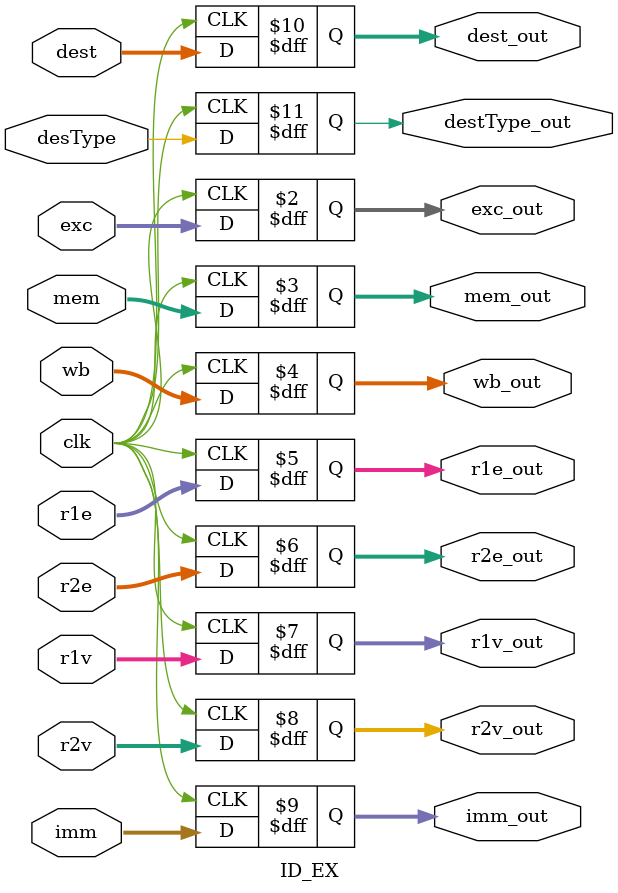
<source format=sv>
module ID_EX(clk, exc, mem, wb, r1e, r2e, r1v, r2v, imm, dest, desType,
						exc_out, mem_out, wb_out, r1e_out, r2e_out, r1v_out, r2v_out, imm_out, dest_out, destType_out);
	input logic clk;
	input logic [4:0] exc;
	input logic [3:0] mem;
	input logic [1:0] wb;
	input logic [20:0] r1e;
	input logic [20:0] r2e;
	input logic [191:0] r1v;
	input logic [191:0] r2v;
	input logic [20:0] imm;
	input logic [3:0] dest;
	input logic desType;
	
	output logic [4:0] exc_out;
	output logic [3:0] mem_out;
	output logic [1:0] wb_out; 
	output logic [20:0] r1e_out;
	output logic [20:0] r2e_out;
	output logic [191:0] r1v_out;
	output logic [191:0] r2v_out;
	output logic [20:0] imm_out;
	output logic [3:0] dest_out;
	output logic destType_out;
	
	always @(negedge clk) begin
		exc_out <= exc;
		mem_out <= mem;
		wb_out <= wb;
		r1e_out <= r1e;
		r2e_out <= r2e;
		r1v_out <= r1v;
		r2v_out <= r2v;
		imm_out <= imm;
		dest_out <= dest;
		destType_out <= desType;
	end
endmodule 
</source>
